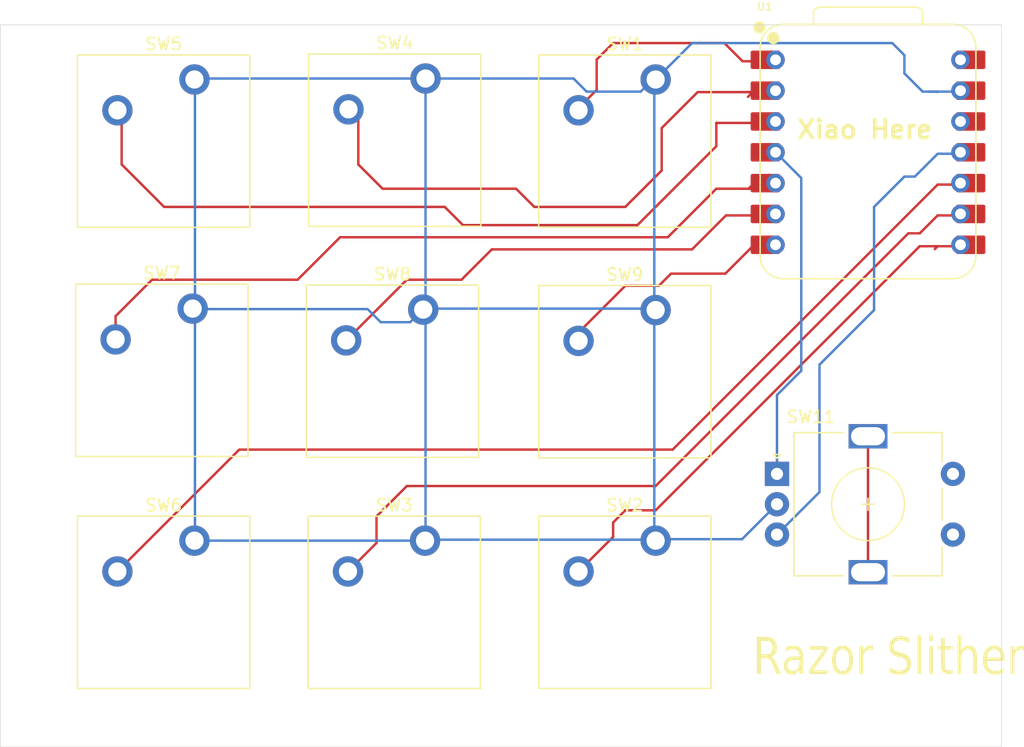
<source format=kicad_pcb>
(kicad_pcb (version 20241129) (generator "pcbnew") (generator_version "8.99")
  (layers (0 "F.Cu" signal) (2 "B.Cu" signal) (13 "F.Paste" user) (15 "B.Paste" user) (5 "F.SilkS" user "F.Silkscreen") (7 "B.SilkS" user "B.Silkscreen") (1 "F.Mask" user) (3 "B.Mask" user) (25 "Edge.Cuts" user))
  (net 0 "")
  (net 1 "Net-(U1-GPIO26{slash}ADC0{slash}A0)")
  (net 2 "Net-(U1-GPIO1{slash}RX)")
  (net 3 "Net-(U1-GPIO2{slash}SCK)")
  (net 4 "Net-(U1-GPIO27{slash}ADC1{slash}A1)")
  (net 5 "Net-(U1-GPIO28{slash}ADC2{slash}A2)")
  (net 6 "Net-(U1-GPIO4{slash}MISO)")
  (net 7 "Net-(U1-GPIO6{slash}SDA)")
  (net 8 "Net-(U1-GPIO7{slash}SCL)")
  (net 9 "Net-(U1-GPIO0{slash}TX)")
  (net 11 "rotate B")
  (net 12 "rotate A")
  (net 14 "GND")
  (net 16 "unconnected-(SW11-PadMP)")
  (footprint "ScottoKeebs_MX:MX_PCB_1.00u" (layer "F.Cu") (at 159.46 84.08)
    (property "Reference" "SW9" (at 0 -8 0) (layer "F.SilkS"))
    (property "Value" "SW_Push_45deg")
    (fp_line (start -7.1 -7.1) (end -7.1 7.1) (stroke (width 0.12)) (layer "F.SilkS"))
    (fp_line (start -7.1 7.1) (end 7.1 7.1) (stroke (width 0.12)) (layer "F.SilkS"))
    (fp_line (start 7.1 -7.1) (end -7.1 -7.1) (stroke (width 0.12)) (layer "F.SilkS"))
    (fp_line (start 7.1 7.1) (end 7.1 -7.1) (stroke (width 0.12)) (layer "F.SilkS"))
    (pad "" np_thru_hole circle (at -5.08 0) (size 1.75 1.75) (drill 1.75) (layers "*.Cu" "*.Mask"))
    (pad "" np_thru_hole circle (at 0 0) (size 4 4) (drill 4) (layers "*.Cu" "*.Mask"))
    (pad "" np_thru_hole circle (at 5.08 0) (size 1.75 1.75) (drill 1.75) (layers "*.Cu" "*.Mask"))
    (pad "1" thru_hole circle (at -3.81 -2.54) (size 2.5 2.5) (drill 1.5) (layers "*.Cu" "*.Mask") (net 9 "Net-(U1-GPIO0{slash}TX)"))
    (pad "2" thru_hole circle (at 2.54 -5.08) (size 2.5 2.5) (drill 1.5) (layers "*.Cu" "*.Mask") (net 14 "GND"))
  )
  (footprint "OPL:XIAO-RP2040-DIP" (layer "F.Cu") (at 179.5 66)
    (property "Reference" "U1" (at -8.5 -12 0) (layer "F.SilkS") (effects (font (size 0.635 0.635) (thickness 0.1016))))
    (property "Value" "XIAO-RP2040-DIP")
    (fp_line (start -8.89 8.509) (end -8.89 -8.636) (stroke (width 0.127)) (layer "F.SilkS"))
    (fp_line (start -6.985 10.414) (end 6.985 10.414) (stroke (width 0.127)) (layer "F.SilkS"))
    (fp_line (start -4.495 -10.541) (end -4.491272 -11.451272) (stroke (width 0.127)) (layer "F.SilkS"))
    (fp_line (start -3.991272 -11.951) (end 4.004 -11.951) (stroke (width 0.127)) (layer "F.SilkS"))
    (fp_line (start 4.504 -11.451) (end 4.504 -10.541) (stroke (width 0.127)) (layer "F.SilkS"))
    (fp_line (start 6.985 -10.541) (end -6.985 -10.541) (stroke (width 0.1)) (layer "F.SilkS"))
    (fp_line (start 6.985 -10.541) (end -6.985 -10.541) (stroke (width 0.127)) (layer "F.SilkS"))
    (fp_line (start 8.89 8.509) (end 8.89 -8.636) (stroke (width 0.127)) (layer "F.SilkS"))
    (fp_arc (start -8.89 -8.636) (mid -8.332038 -9.983038) (end -6.985 -10.541) (stroke (width 0.127)) (layer "F.SilkS"))
    (fp_arc (start -6.985 10.414) (mid -8.332038 9.856038) (end -8.89 8.509) (stroke (width 0.127)) (layer "F.SilkS"))
    (fp_arc (start -4.491272 -11.451272) (mid -4.344724 -11.804644) (end -3.991272 -11.951) (stroke (width 0.127)) (layer "F.SilkS"))
    (fp_arc (start 4.004 -11.951) (mid 4.357553 -11.804553) (end 4.504 -11.451) (stroke (width 0.127)) (layer "F.SilkS"))
    (fp_arc (start 6.985 -10.541) (mid 8.332038 -9.983038) (end 8.89 -8.636) (stroke (width 0.127)) (layer "F.SilkS"))
    (fp_arc (start 8.89 8.509) (mid 8.332038 9.856038) (end 6.985 10.414) (stroke (width 0.127)) (layer "F.SilkS"))
    (fp_circle (center -8.95 -10.3) (end -8.95 -10.554) (stroke (width 0.5)) (fill yes) (layer "F.SilkS"))
    (fp_circle (center -7.807 -9.42) (end -7.807 -9.674) (stroke (width 0.5)) (fill yes) (layer "F.SilkS"))
    (pad "1" smd roundrect (at -8.455 -7.62 180) (size 2.432 1.524) (layers "F.Cu" "F.Mask") (roundrect_rratio 0.1) (net 1 "Net-(U1-GPIO26{slash}ADC0{slash}A0)"))
    (pad "1" thru_hole circle (at -7.62 -7.62 180) (size 1.524 1.524) (drill 0.889) (layers "*.Cu" "*.Mask") (net 1 "Net-(U1-GPIO26{slash}ADC0{slash}A0)"))
    (pad "2" smd roundrect (at -8.455 -5.08 180) (size 2.432 1.524) (layers "F.Cu" "F.Mask") (roundrect_rratio 0.1) (net 4 "Net-(U1-GPIO27{slash}ADC1{slash}A1)"))
    (pad "2" thru_hole circle (at -7.62 -5.08 180) (size 1.524 1.524) (drill 0.889) (layers "*.Cu" "*.Mask") (net 4 "Net-(U1-GPIO27{slash}ADC1{slash}A1)"))
    (pad "3" smd roundrect (at -8.455 -2.54 180) (size 2.432 1.524) (layers "F.Cu" "F.Mask") (roundrect_rratio 0.1) (net 5 "Net-(U1-GPIO28{slash}ADC2{slash}A2)"))
    (pad "3" thru_hole circle (at -7.62 -2.54 180) (size 1.524 1.524) (drill 0.889) (layers "*.Cu" "*.Mask") (net 5 "Net-(U1-GPIO28{slash}ADC2{slash}A2)"))
    (pad "4" smd roundrect (at -8.455 0 180) (size 2.432 1.524) (layers "F.Cu" "F.Mask") (roundrect_rratio 0.1) (net 12 "rotate A"))
    (pad "4" thru_hole circle (at -7.62 0 180) (size 1.524 1.524) (drill 0.889) (layers "*.Cu" "*.Mask") (net 12 "rotate A"))
    (pad "5" smd roundrect (at -8.455 2.54 180) (size 2.432 1.524) (layers "F.Cu" "F.Mask") (roundrect_rratio 0.1) (net 7 "Net-(U1-GPIO6{slash}SDA)"))
    (pad "5" thru_hole circle (at -7.62 2.54 180) (size 1.524 1.524) (drill 0.889) (layers "*.Cu" "*.Mask") (net 7 "Net-(U1-GPIO6{slash}SDA)"))
    (pad "6" smd roundrect (at -8.455 5.08 180) (size 2.432 1.524) (layers "F.Cu" "F.Mask") (roundrect_rratio 0.1) (net 8 "Net-(U1-GPIO7{slash}SCL)"))
    (pad "6" thru_hole circle (at -7.62 5.08 180) (size 1.524 1.524) (drill 0.889) (layers "*.Cu" "*.Mask") (net 8 "Net-(U1-GPIO7{slash}SCL)"))
    (pad "7" smd roundrect (at -8.455 7.62 180) (size 2.432 1.524) (layers "F.Cu" "F.Mask") (roundrect_rratio 0.1) (net 9 "Net-(U1-GPIO0{slash}TX)"))
    (pad "7" thru_hole circle (at -7.62 7.62 180) (size 1.524 1.524) (drill 0.889) (layers "*.Cu" "*.Mask") (net 9 "Net-(U1-GPIO0{slash}TX)"))
    (pad "8" thru_hole circle (at 7.62 7.62) (size 1.524 1.524) (drill 0.889) (layers "*.Cu" "*.Mask") (net 2 "Net-(U1-GPIO1{slash}RX)"))
    (pad "8" smd roundrect (at 8.455 7.62) (size 2.432 1.524) (layers "F.Cu" "F.Mask") (roundrect_rratio 0.1) (net 2 "Net-(U1-GPIO1{slash}RX)"))
    (pad "9" thru_hole circle (at 7.62 5.08) (size 1.524 1.524) (drill 0.889) (layers "*.Cu" "*.Mask") (net 3 "Net-(U1-GPIO2{slash}SCK)"))
    (pad "9" smd roundrect (at 8.455 5.08) (size 2.432 1.524) (layers "F.Cu" "F.Mask") (roundrect_rratio 0.1) (net 3 "Net-(U1-GPIO2{slash}SCK)"))
    (pad "10" thru_hole circle (at 7.62 2.54) (size 1.524 1.524) (drill 0.889) (layers "*.Cu" "*.Mask") (net 6 "Net-(U1-GPIO4{slash}MISO)"))
    (pad "10" smd roundrect (at 8.455 2.54) (size 2.432 1.524) (layers "F.Cu" "F.Mask") (roundrect_rratio 0.1) (net 6 "Net-(U1-GPIO4{slash}MISO)"))
    (pad "11" thru_hole circle (at 7.62 0) (size 1.524 1.524) (drill 0.889) (layers "*.Cu" "*.Mask") (net 11 "rotate B"))
    (pad "11" smd roundrect (at 8.455 0) (size 2.432 1.524) (layers "F.Cu" "F.Mask") (roundrect_rratio 0.1) (net 11 "rotate B"))
    (pad "12" thru_hole circle (at 7.62 -2.54) (size 1.524 1.524) (drill 0.889) (layers "*.Cu" "*.Mask"))
    (pad "12" smd roundrect (at 8.455 -2.54) (size 2.432 1.524) (layers "F.Cu" "F.Mask") (roundrect_rratio 0.1))
    (pad "13" thru_hole circle (at 7.62 -5.08) (size 1.524 1.524) (drill 0.889) (layers "*.Cu" "*.Mask") (net 14 "GND"))
    (pad "13" smd roundrect (at 8.455 -5.08) (size 2.432 1.524) (layers "F.Cu" "F.Mask") (roundrect_rratio 0.1) (net 14 "GND"))
    (pad "14" thru_hole circle (at 7.62 -7.62) (size 1.524 1.524) (drill 0.889) (layers "*.Cu" "*.Mask"))
    (pad "14" smd roundrect (at 8.455 -7.62) (size 2.432 1.524) (layers "F.Cu" "F.Mask") (roundrect_rratio 0.1))
  )
  (footprint "ScottoKeebs_MX:MX_PCB_1.00u" (layer "F.Cu") (at 121.46 65.08)
    (property "Reference" "SW5" (at 0 -8 0) (layer "F.SilkS"))
    (property "Value" "SW_Push_45deg")
    (fp_line (start -7.1 -7.1) (end -7.1 7.1) (stroke (width 0.12)) (layer "F.SilkS"))
    (fp_line (start -7.1 7.1) (end 7.1 7.1) (stroke (width 0.12)) (layer "F.SilkS"))
    (fp_line (start 7.1 -7.1) (end -7.1 -7.1) (stroke (width 0.12)) (layer "F.SilkS"))
    (fp_line (start 7.1 7.1) (end 7.1 -7.1) (stroke (width 0.12)) (layer "F.SilkS"))
    (pad "" np_thru_hole circle (at -5.08 0) (size 1.75 1.75) (drill 1.75) (layers "*.Cu" "*.Mask"))
    (pad "" np_thru_hole circle (at 0 0) (size 4 4) (drill 4) (layers "*.Cu" "*.Mask"))
    (pad "" np_thru_hole circle (at 5.08 0) (size 1.75 1.75) (drill 1.75) (layers "*.Cu" "*.Mask"))
    (pad "1" thru_hole circle (at -3.81 -2.54) (size 2.5 2.5) (drill 1.5) (layers "*.Cu" "*.Mask") (net 5 "Net-(U1-GPIO28{slash}ADC2{slash}A2)"))
    (pad "2" thru_hole circle (at 2.54 -5.08) (size 2.5 2.5) (drill 1.5) (layers "*.Cu" "*.Mask") (net 14 "GND"))
  )
  (footprint "ScottoKeebs_MX:MX_PCB_1.00u" (layer "F.Cu") (at 140.31 84.04)
    (property "Reference" "SW8" (at 0 -8 0) (layer "F.SilkS"))
    (property "Value" "SW_Push_45deg")
    (fp_line (start -7.1 -7.1) (end -7.1 7.1) (stroke (width 0.12)) (layer "F.SilkS"))
    (fp_line (start -7.1 7.1) (end 7.1 7.1) (stroke (width 0.12)) (layer "F.SilkS"))
    (fp_line (start 7.1 -7.1) (end -7.1 -7.1) (stroke (width 0.12)) (layer "F.SilkS"))
    (fp_line (start 7.1 7.1) (end 7.1 -7.1) (stroke (width 0.12)) (layer "F.SilkS"))
    (pad "" np_thru_hole circle (at -5.08 0) (size 1.75 1.75) (drill 1.75) (layers "*.Cu" "*.Mask"))
    (pad "" np_thru_hole circle (at 0 0) (size 4 4) (drill 4) (layers "*.Cu" "*.Mask"))
    (pad "" np_thru_hole circle (at 5.08 0) (size 1.75 1.75) (drill 1.75) (layers "*.Cu" "*.Mask"))
    (pad "1" thru_hole circle (at -3.81 -2.54) (size 2.5 2.5) (drill 1.5) (layers "*.Cu" "*.Mask") (net 8 "Net-(U1-GPIO7{slash}SCL)"))
    (pad "2" thru_hole circle (at 2.54 -5.08) (size 2.5 2.5) (drill 1.5) (layers "*.Cu" "*.Mask") (net 14 "GND"))
  )
  (footprint "ScottoKeebs_MX:MX_PCB_1.00u" (layer "F.Cu") (at 159.46 103.08)
    (property "Reference" "SW2" (at 0 -8 0) (layer "F.SilkS"))
    (property "Value" "SW_Push_45deg")
    (fp_line (start -7.1 -7.1) (end -7.1 7.1) (stroke (width 0.12)) (layer "F.SilkS"))
    (fp_line (start -7.1 7.1) (end 7.1 7.1) (stroke (width 0.12)) (layer "F.SilkS"))
    (fp_line (start 7.1 -7.1) (end -7.1 -7.1) (stroke (width 0.12)) (layer "F.SilkS"))
    (fp_line (start 7.1 7.1) (end 7.1 -7.1) (stroke (width 0.12)) (layer "F.SilkS"))
    (pad "" np_thru_hole circle (at -5.08 0) (size 1.75 1.75) (drill 1.75) (layers "*.Cu" "*.Mask"))
    (pad "" np_thru_hole circle (at 0 0) (size 4 4) (drill 4) (layers "*.Cu" "*.Mask"))
    (pad "" np_thru_hole circle (at 5.08 0) (size 1.75 1.75) (drill 1.75) (layers "*.Cu" "*.Mask"))
    (pad "1" thru_hole circle (at -3.81 -2.54) (size 2.5 2.5) (drill 1.5) (layers "*.Cu" "*.Mask") (net 2 "Net-(U1-GPIO1{slash}RX)"))
    (pad "2" thru_hole circle (at 2.54 -5.08) (size 2.5 2.5) (drill 1.5) (layers "*.Cu" "*.Mask") (net 14 "GND"))
  )
  (footprint "ScottoKeebs_MX:MX_PCB_1.00u" (layer "F.Cu") (at 140.5 65)
    (property "Reference" "SW4" (at 0 -8 0) (layer "F.SilkS"))
    (property "Value" "SW_Push_45deg")
    (fp_line (start -7.1 -7.1) (end -7.1 7.1) (stroke (width 0.12)) (layer "F.SilkS"))
    (fp_line (start -7.1 7.1) (end 7.1 7.1) (stroke (width 0.12)) (layer "F.SilkS"))
    (fp_line (start 7.1 -7.1) (end -7.1 -7.1) (stroke (width 0.12)) (layer "F.SilkS"))
    (fp_line (start 7.1 7.1) (end 7.1 -7.1) (stroke (width 0.12)) (layer "F.SilkS"))
    (pad "" np_thru_hole circle (at -5.08 0) (size 1.75 1.75) (drill 1.75) (layers "*.Cu" "*.Mask"))
    (pad "" np_thru_hole circle (at 0 0) (size 4 4) (drill 4) (layers "*.Cu" "*.Mask"))
    (pad "" np_thru_hole circle (at 5.08 0) (size 1.75 1.75) (drill 1.75) (layers "*.Cu" "*.Mask"))
    (pad "1" thru_hole circle (at -3.81 -2.54) (size 2.5 2.5) (drill 1.5) (layers "*.Cu" "*.Mask") (net 4 "Net-(U1-GPIO27{slash}ADC1{slash}A1)"))
    (pad "2" thru_hole circle (at 2.54 -5.08) (size 2.5 2.5) (drill 1.5) (layers "*.Cu" "*.Mask") (net 14 "GND"))
  )
  (footprint "ScottoKeebs_MX:MX_PCB_1.00u" (layer "F.Cu") (at 121.46 103.08)
    (property "Reference" "SW6" (at 0 -8 0) (layer "F.SilkS"))
    (property "Value" "SW_Push_45deg")
    (fp_line (start -7.1 -7.1) (end -7.1 7.1) (stroke (width 0.12)) (layer "F.SilkS"))
    (fp_line (start -7.1 7.1) (end 7.1 7.1) (stroke (width 0.12)) (layer "F.SilkS"))
    (fp_line (start 7.1 -7.1) (end -7.1 -7.1) (stroke (width 0.12)) (layer "F.SilkS"))
    (fp_line (start 7.1 7.1) (end 7.1 -7.1) (stroke (width 0.12)) (layer "F.SilkS"))
    (pad "" np_thru_hole circle (at -5.08 0) (size 1.75 1.75) (drill 1.75) (layers "*.Cu" "*.Mask"))
    (pad "" np_thru_hole circle (at 0 0) (size 4 4) (drill 4) (layers "*.Cu" "*.Mask"))
    (pad "" np_thru_hole circle (at 5.08 0) (size 1.75 1.75) (drill 1.75) (layers "*.Cu" "*.Mask"))
    (pad "1" thru_hole circle (at -3.81 -2.54) (size 2.5 2.5) (drill 1.5) (layers "*.Cu" "*.Mask") (net 6 "Net-(U1-GPIO4{slash}MISO)"))
    (pad "2" thru_hole circle (at 2.54 -5.08) (size 2.5 2.5) (drill 1.5) (layers "*.Cu" "*.Mask") (net 14 "GND"))
  )
  (footprint "ScottoKeebs_MX:MX_PCB_1.00u" (layer "F.Cu") (at 121.31 83.96)
    (property "Reference" "SW7" (at 0 -8 0) (layer "F.SilkS"))
    (property "Value" "SW_Push_45deg")
    (fp_line (start -7.1 -7.1) (end -7.1 7.1) (stroke (width 0.12)) (layer "F.SilkS"))
    (fp_line (start -7.1 7.1) (end 7.1 7.1) (stroke (width 0.12)) (layer "F.SilkS"))
    (fp_line (start 7.1 -7.1) (end -7.1 -7.1) (stroke (width 0.12)) (layer "F.SilkS"))
    (fp_line (start 7.1 7.1) (end 7.1 -7.1) (stroke (width 0.12)) (layer "F.SilkS"))
    (pad "" np_thru_hole circle (at -5.08 0) (size 1.75 1.75) (drill 1.75) (layers "*.Cu" "*.Mask"))
    (pad "" np_thru_hole circle (at 0 0) (size 4 4) (drill 4) (layers "*.Cu" "*.Mask"))
    (pad "" np_thru_hole circle (at 5.08 0) (size 1.75 1.75) (drill 1.75) (layers "*.Cu" "*.Mask"))
    (pad "1" thru_hole circle (at -3.81 -2.54) (size 2.5 2.5) (drill 1.5) (layers "*.Cu" "*.Mask") (net 7 "Net-(U1-GPIO6{slash}SDA)"))
    (pad "2" thru_hole circle (at 2.54 -5.08) (size 2.5 2.5) (drill 1.5) (layers "*.Cu" "*.Mask") (net 14 "GND"))
  )
  (footprint "ScottoKeebs_MX:MX_PCB_1.00u" (layer "F.Cu") (at 159.46 65.08)
    (property "Reference" "SW1" (at 0 -8 0) (layer "F.SilkS"))
    (property "Value" "SW_Push_45deg")
    (fp_line (start -7.1 -7.1) (end -7.1 7.1) (stroke (width 0.12)) (layer "F.SilkS"))
    (fp_line (start -7.1 7.1) (end 7.1 7.1) (stroke (width 0.12)) (layer "F.SilkS"))
    (fp_line (start 7.1 -7.1) (end -7.1 -7.1) (stroke (width 0.12)) (layer "F.SilkS"))
    (fp_line (start 7.1 7.1) (end 7.1 -7.1) (stroke (width 0.12)) (layer "F.SilkS"))
    (pad "" np_thru_hole circle (at -5.08 0) (size 1.75 1.75) (drill 1.75) (layers "*.Cu" "*.Mask"))
    (pad "" np_thru_hole circle (at 0 0) (size 4 4) (drill 4) (layers "*.Cu" "*.Mask"))
    (pad "" np_thru_hole circle (at 5.08 0) (size 1.75 1.75) (drill 1.75) (layers "*.Cu" "*.Mask"))
    (pad "1" thru_hole circle (at -3.81 -2.54) (size 2.5 2.5) (drill 1.5) (layers "*.Cu" "*.Mask") (net 1 "Net-(U1-GPIO26{slash}ADC0{slash}A0)"))
    (pad "2" thru_hole circle (at 2.54 -5.08) (size 2.5 2.5) (drill 1.5) (layers "*.Cu" "*.Mask") (net 14 "GND"))
  )
  (footprint "ScottoKeebs_MX:MX_PCB_1.00u" (layer "F.Cu") (at 140.46 103.08)
    (property "Reference" "SW3" (at 0 -8 0) (layer "F.SilkS"))
    (property "Value" "SW_Push_45deg")
    (fp_line (start -7.1 -7.1) (end -7.1 7.1) (stroke (width 0.12)) (layer "F.SilkS"))
    (fp_line (start -7.1 7.1) (end 7.1 7.1) (stroke (width 0.12)) (layer "F.SilkS"))
    (fp_line (start 7.1 -7.1) (end -7.1 -7.1) (stroke (width 0.12)) (layer "F.SilkS"))
    (fp_line (start 7.1 7.1) (end 7.1 -7.1) (stroke (width 0.12)) (layer "F.SilkS"))
    (pad "" np_thru_hole circle (at -5.08 0) (size 1.75 1.75) (drill 1.75) (layers "*.Cu" "*.Mask"))
    (pad "" np_thru_hole circle (at 0 0) (size 4 4) (drill 4) (layers "*.Cu" "*.Mask"))
    (pad "" np_thru_hole circle (at 5.08 0) (size 1.75 1.75) (drill 1.75) (layers "*.Cu" "*.Mask"))
    (pad "1" thru_hole circle (at -3.81 -2.54) (size 2.5 2.5) (drill 1.5) (layers "*.Cu" "*.Mask") (net 3 "Net-(U1-GPIO2{slash}SCK)"))
    (pad "2" thru_hole circle (at 2.54 -5.08) (size 2.5 2.5) (drill 1.5) (layers "*.Cu" "*.Mask") (net 14 "GND"))
  )
  (footprint "Rotary_Encoder:RotaryEncoder_Alps_EC11E-Switch_Vertical_H20mm" (layer "F.Cu") (at 172 92.5)
    (property "Reference" "SW11" (at 2.8 -4.7 0) (layer "F.SilkS"))
    (property "Value" "RotaryEncoder")
    (fp_line (start -0.3 -1.6) (end 0.3 -1.6) (stroke (width 0.12)) (layer "F.SilkS"))
    (fp_line (start 0 -1.3) (end -0.3 -1.6) (stroke (width 0.12)) (layer "F.SilkS"))
    (fp_line (start 0.3 -1.6) (end 0 -1.3) (stroke (width 0.12)) (layer "F.SilkS"))
    (fp_line (start 1.4 -3.4) (end 1.4 8.4) (stroke (width 0.12)) (layer "F.SilkS"))
    (fp_line (start 5.5 -3.4) (end 1.4 -3.4) (stroke (width 0.12)) (layer "F.SilkS"))
    (fp_line (start 5.5 8.4) (end 1.4 8.4) (stroke (width 0.12)) (layer "F.SilkS"))
    (fp_line (start 7 2.5) (end 8 2.5) (stroke (width 0.12)) (layer "F.SilkS"))
    (fp_line (start 7.5 2) (end 7.5 3) (stroke (width 0.12)) (layer "F.SilkS"))
    (fp_line (start 9.5 -3.4) (end 13.6 -3.4) (stroke (width 0.12)) (layer "F.SilkS"))
    (fp_line (start 13.6 -3.4) (end 13.6 -1) (stroke (width 0.12)) (layer "F.SilkS"))
    (fp_line (start 13.6 1.2) (end 13.6 3.8) (stroke (width 0.12)) (layer "F.SilkS"))
    (fp_line (start 13.6 6) (end 13.6 8.4) (stroke (width 0.12)) (layer "F.SilkS"))
    (fp_line (start 13.6 8.4) (end 9.5 8.4) (stroke (width 0.12)) (layer "F.SilkS"))
    (fp_circle (center 7.5 2.5) (end 10.5 2.5) (stroke (width 0.12)) (fill no) (layer "F.SilkS"))
    (pad "A" thru_hole rect (at 0 0) (size 2 2) (drill 1) (layers "*.Cu" "*.Mask") (net 12 "rotate A"))
    (pad "B" thru_hole circle (at 0 5) (size 2 2) (drill 1) (layers "*.Cu" "*.Mask") (net 11 "rotate B"))
    (pad "C" thru_hole circle (at 0 2.5) (size 2 2) (drill 1) (layers "*.Cu" "*.Mask") (net 14 "GND"))
    (pad "MP" thru_hole rect (at 7.5 -3.1) (size 3.2 2) (drill oval 2.8 1.5) (layers "*.Cu" "*.Mask") (net 16 "unconnected-(SW11-PadMP)"))
    (pad "MP" thru_hole rect (at 7.5 8.1) (size 3.2 2) (drill oval 2.8 1.5) (layers "*.Cu" "*.Mask") (net 16 "unconnected-(SW11-PadMP)"))
    (pad "S1" thru_hole circle (at 14.5 5) (size 2 2) (drill 1) (layers "*.Cu" "*.Mask"))
    (pad "S2" thru_hole circle (at 14.5 0) (size 2 2) (drill 1) (layers "*.Cu" "*.Mask"))
  )
  (gr_rect (start 108 55.5) (end 190.5 115) (stroke (width 0.05)) (fill no) (layer "Edge.Cuts"))
  (gr_text "Razor Slither" (at 170 109.5 0) (layer "F.SilkS") (effects (font (size 3 2.5) (thickness 0.375) (italic yes)) (justify left bottom)))
  (gr_text "Xiao Here" (at 173.5 65 0) (layer "F.SilkS") (effects (font (size 1.5 1.5) (thickness 0.3)) (justify left bottom)))
  (segment (start 157.142446 58.357554) (end 158.5 57) (width 0.2) (layer "F.Cu") (net 1))
  (segment (start 157.142446 60.857554) (end 157.142446 58.357554) (width 0.2) (layer "F.Cu") (net 1))
  (segment (start 155.65 62.54) (end 155.65 62.35) (width 0.2) (layer "F.Cu") (net 1))
  (segment (start 155.65 62.35) (end 157.142446 60.857554) (width 0.2) (layer "F.Cu") (net 1))
  (segment (start 155.08 62.42) (end 155 62.5) (width 0.2) (layer "F.Cu") (net 1))
  (segment (start 158.5 57) (end 167.665 57) (width 0.2) (layer "F.Cu") (net 1))
  (segment (start 167.665 57) (end 169.165 58.5) (width 0.2) (layer "F.Cu") (net 1))
  (segment (start 155.54 62.42) (end 156.12 63) (width 0.2) (layer "F.Cu") (net 1))
  (segment (start 171.76 58.5) (end 171.88 58.38) (width 0.2) (layer "F.Cu") (net 1))
  (segment (start 155.54 62.42) (end 155.08 62.42) (width 0.2) (layer "F.Cu") (net 1))
  (segment (start 155.54 62.42) (end 155.96 62) (width 0.2) (layer "F.Cu") (net 1))
  (segment (start 169.165 58.5) (end 171.76 58.5) (width 0.2) (layer "F.Cu") (net 1))
  (segment (start 185 73.74) (end 187 73.74) (width 0.2) (layer "F.Cu") (net 2))
  (segment (start 158.5 96.5) (end 158.5 97.69) (width 0.2) (layer "F.Cu") (net 2))
  (segment (start 185.24 73.74) (end 185 73.74) (width 0.2) (layer "F.Cu") (net 2))
  (segment (start 159.5 95.5) (end 158.5 96.5) (width 0.2) (layer "F.Cu") (net 2))
  (segment (start 185 73.74) (end 183.76 73.74) (width 0.2) (layer "F.Cu") (net 2))
  (segment (start 158.5 97.69) (end 155.65 100.54) (width 0.2) (layer "F.Cu") (net 2))
  (segment (start 187 73.74) (end 187.12 73.62) (width 0.2) (layer "F.Cu") (net 2))
  (segment (start 162 95.5) (end 159.5 95.5) (width 0.2) (layer "F.Cu") (net 2))
  (segment (start 185 73.98) (end 185.24 73.74) (width 0.2) (layer "F.Cu") (net 2))
  (segment (start 183.76 73.74) (end 162 95.5) (width 0.2) (layer "F.Cu") (net 2))
  (segment (start 187 71.2) (end 187.12 71.08) (width 0.2) (layer "F.Cu") (net 3))
  (segment (start 139 96) (end 141.5 93.5) (width 0.2) (layer "F.Cu") (net 3))
  (segment (start 183.763 72.677) (end 185.24 71.2) (width 0.2) (layer "F.Cu") (net 3))
  (segment (start 182.823 72.677) (end 183.763 72.677) (width 0.2) (layer "F.Cu") (net 3))
  (segment (start 185.24 71.2) (end 187 71.2) (width 0.2) (layer "F.Cu") (net 3))
  (segment (start 139 98.19) (end 139 96) (width 0.2) (layer "F.Cu") (net 3))
  (segment (start 162 93.5) (end 182.823 72.677) (width 0.2) (layer "F.Cu") (net 3))
  (segment (start 141.5 93.5) (end 162 93.5) (width 0.2) (layer "F.Cu") (net 3))
  (segment (start 136.65 100.54) (end 139 98.19) (width 0.2) (layer "F.Cu") (net 3))
  (segment (start 169.5 61.04) (end 165.46 61.04) (width 0.2) (layer "F.Cu") (net 4))
  (segment (start 139.5 69) (end 137.5 67) (width 0.2) (layer "F.Cu") (net 4))
  (segment (start 171.76 61.04) (end 171.88 60.92) (width 0.2) (layer "F.Cu") (net 4))
  (segment (start 159.5 70.5) (end 152 70.5) (width 0.2) (layer "F.Cu") (net 4))
  (segment (start 165.46 61.04) (end 162.5 64) (width 0.2) (layer "F.Cu") (net 4))
  (segment (start 162.5 64) (end 162.5 67.5) (width 0.2) (layer "F.Cu") (net 4))
  (segment (start 162.5 67.5) (end 159.5 70.5) (width 0.2) (layer "F.Cu") (net 4))
  (segment (start 150.5 69) (end 139.5 69) (width 0.2) (layer "F.Cu") (net 4))
  (segment (start 137.5 67) (end 137.5 63.27) (width 0.2) (layer "F.Cu") (net 4))
  (segment (start 170 61.04) (end 169.5 61.04) (width 0.2) (layer "F.Cu") (net 4))
  (segment (start 169.5 61.04) (end 171.76 61.04) (width 0.2) (layer "F.Cu") (net 4))
  (segment (start 169.609 61.431) (end 170 61.04) (width 0.2) (layer "F.Cu") (net 4))
  (segment (start 137.5 63.27) (end 136.69 62.46) (width 0.2) (layer "F.Cu") (net 4))
  (segment (start 152 70.5) (end 150.5 69) (width 0.2) (layer "F.Cu") (net 4))
  (segment (start 117.65 62.54) (end 118.11 63) (width 0.2) (layer "F.Cu") (net 5))
  (segment (start 118 67) (end 118 62.89) (width 0.2) (layer "F.Cu") (net 5))
  (segment (start 121.5 70.5) (end 118 67) (width 0.2) (layer "F.Cu") (net 5))
  (segment (start 170 63.58) (end 167 63.58) (width 0.2) (layer "F.Cu") (net 5))
  (segment (start 160.5 72) (end 146.122816 72) (width 0.2) (layer "F.Cu") (net 5))
  (segment (start 167 65.5) (end 160.5 72) (width 0.2) (layer "F.Cu") (net 5))
  (segment (start 118 62.89) (end 117.65 62.54) (width 0.2) (layer "F.Cu") (net 5))
  (segment (start 171.045 63.46) (end 171.88 63.46) (width 0.2) (layer "F.Cu") (net 5))
  (segment (start 144.622816 70.5) (end 121.5 70.5) (width 0.2) (layer "F.Cu") (net 5))
  (segment (start 146.122816 72) (end 144.622816 70.5) (width 0.2) (layer "F.Cu") (net 5))
  (segment (start 167 63.58) (end 167 65.5) (width 0.2) (layer "F.Cu") (net 5))
  (segment (start 127.69 90.5) (end 163.4 90.5) (width 0.2) (layer "F.Cu") (net 6))
  (segment (start 187.12 68.54) (end 187.955 68.54) (width 0.2) (layer "F.Cu") (net 6))
  (segment (start 185.24 68.66) (end 186.66 68.66) (width 0.2) (layer "F.Cu") (net 6))
  (segment (start 186.66 68.66) (end 186.78 68.54) (width 0.2) (layer "F.Cu") (net 6))
  (segment (start 163.4 90.5) (end 185.24 68.66) (width 0.2) (layer "F.Cu") (net 6))
  (segment (start 117.65 100.54) (end 127.69 90.5) (width 0.2) (layer "F.Cu") (net 6))
  (segment (start 186.78 68.54) (end 187.12 68.54) (width 0.2) (layer "F.Cu") (net 6))
  (segment (start 117.5 81.42) (end 117.5 79.5) (width 0.2) (layer "F.Cu") (net 7))
  (segment (start 169.66 69) (end 170 68.66) (width 0.2) (layer "F.Cu") (net 7))
  (segment (start 171.045 68.54) (end 171.88 68.54) (width 0.2) (layer "F.Cu") (net 7))
  (segment (start 167 69) (end 169 69) (width 0.2) (layer "F.Cu") (net 7))
  (segment (start 163 73) (end 167 69) (width 0.2) (layer "F.Cu") (net 7))
  (segment (start 169 69) (end 171.42 69) (width 0.2) (layer "F.Cu") (net 7))
  (segment (start 136 73) (end 163 73) (width 0.2) (layer "F.Cu") (net 7))
  (segment (start 117.5 79.5) (end 120.5 76.5) (width 0.2) (layer "F.Cu") (net 7))
  (segment (start 120.5 76.5) (end 132.5 76.5) (width 0.2) (layer "F.Cu") (net 7))
  (segment (start 169 69) (end 169.66 69) (width 0.2) (layer "F.Cu") (net 7))
  (segment (start 171.42 69) (end 171.88 68.54) (width 0.2) (layer "F.Cu") (net 7))
  (segment (start 132.5 76.5) (end 136 73) (width 0.2) (layer "F.Cu") (net 7))
  (segment (start 165 74) (end 167.8 71.2) (width 0.2) (layer "F.Cu") (net 8))
  (segment (start 167.8 71.2) (end 170 71.2) (width 0.2) (layer "F.Cu") (net 8))
  (segment (start 148.5 74) (end 165 74) (width 0.2) (layer "F.Cu") (net 8))
  (segment (start 146 76.5) (end 148.5 74) (width 0.2) (layer "F.Cu") (net 8))
  (segment (start 136.5 81.5) (end 141.5 76.5) (width 0.2) (layer "F.Cu") (net 8))
  (segment (start 171.045 71.08) (end 171.88 71.08) (width 0.2) (layer "F.Cu") (net 8))
  (segment (start 141.5 76.5) (end 146 76.5) (width 0.2) (layer "F.Cu") (net 8))
  (segment (start 167.74 76) (end 169.87 73.87) (width 0.2) (layer "F.Cu") (net 9))
  (segment (start 159.5 77) (end 162.2651 77) (width 0.2) (layer "F.Cu") (net 9))
  (segment (start 171.63 73.87) (end 171.88 73.62) (width 0.2) (layer "F.Cu") (net 9))
  (segment (start 169.87 73.87) (end 170 73.74) (width 0.2) (layer "F.Cu") (net 9))
  (segment (start 155.65 80.85) (end 155.65 81.54) (width 0.2) (layer "F.Cu") (net 9))
  (segment (start 162.2651 77) (end 163.2651 76) (width 0.2) (layer "F.Cu") (net 9))
  (segment (start 159.5 77) (end 155.65 80.85) (width 0.2) (layer "F.Cu") (net 9))
  (segment (start 169.87 73.87) (end 171.63 73.87) (width 0.2) (layer "F.Cu") (net 9))
  (segment (start 163.2651 76) (end 167.74 76) (width 0.2) (layer "F.Cu") (net 9))
  (segment (start 185.24 66.12) (end 187 66.12) (width 0.2) (layer "B.Cu") (net 11))
  (segment (start 175.5 83.5) (end 180 79) (width 0.2) (layer "B.Cu") (net 11))
  (segment (start 187 66.12) (end 187.12 66) (width 0.2) (layer "B.Cu") (net 11))
  (segment (start 182.5 68) (end 183.36 68) (width 0.2) (layer "B.Cu") (net 11))
  (segment (start 172 97.5) (end 175.5 94) (width 0.2) (layer "B.Cu") (net 11))
  (segment (start 183.36 68) (end 185.24 66.12) (width 0.2) (layer "B.Cu") (net 11))
  (segment (start 175.5 94) (end 175.5 83.5) (width 0.2) (layer "B.Cu") (net 11))
  (segment (start 180 79) (end 180 70.5) (width 0.2) (layer "B.Cu") (net 11))
  (segment (start 180 70.5) (end 182.5 68) (width 0.2) (layer "B.Cu") (net 11))
  (segment (start 174 68.12) (end 171.88 66) (width 0.2) (layer "B.Cu") (net 12))
  (segment (start 172 86) (end 174 84) (width 0.2) (layer "B.Cu") (net 12))
  (segment (start 172 92.5) (end 172 86) (width 0.2) (layer "B.Cu") (net 12))
  (segment (start 174 84) (end 174 68.12) (width 0.2) (layer "B.Cu") (net 12))
  (segment (start 124.04 97.84) (end 124.08 97.88) (width 0.2) (layer "B.Cu") (net 14))
  (segment (start 184.5 61) (end 187.04 61) (width 0.2) (layer "B.Cu") (net 14))
  (segment (start 142.89 78.88) (end 143.04 78.73) (width 0.2) (layer "B.Cu") (net 14))
  (segment (start 162 60) (end 165 57) (width 0.2) (layer "B.Cu") (net 14))
  (segment (start 142.89 78.88) (end 143.04 79.03) (width 0.2) (layer "B.Cu") (net 14))
  (segment (start 182.5 58) (end 182.5 59.5) (width 0.2) (layer "B.Cu") (net 14))
  (segment (start 165 57) (end 181.5 57) (width 0.2) (layer "B.Cu") (net 14))
  (segment (start 182.5 59.5) (end 184 61) (width 0.2) (layer "B.Cu") (net 14))
  (segment (start 187.04 61) (end 187.12 60.92) (width 0.2) (layer "B.Cu") (net 14))
  (segment (start 143.04 59.92) (end 124.04 59.92) (width 0.2) (layer "B.Cu") (net 14))
  (segment (start 161.89 59.88) (end 160.77 61) (width 0.2) (layer "B.Cu") (net 14))
  (segment (start 161.89 78.88) (end 161.89 97.88) (width 0.2) (layer "B.Cu") (net 14))
  (segment (start 185.2 61) (end 185.24 61.04) (width 0.2) (layer "B.Cu") (net 14))
  (segment (start 138.266994 78.92) (end 124.04 78.92) (width 0.2) (layer "B.Cu") (net 14))
  (segment (start 161.85 97.92) (end 143.04 97.92) (width 0.2) (layer "B.Cu") (net 14))
  (segment (start 143.04 78.73) (end 143.04 59.92) (width 0.2) (layer "B.Cu") (net 14))
  (segment (start 161.89 97.88) (end 169.12 97.88) (width 0.2) (layer "B.Cu") (net 14))
  (segment (start 142.89 78.88) (end 141.77 80) (width 0.2) (layer "B.Cu") (net 14))
  (segment (start 139.346994 80) (end 138.266994 78.92) (width 0.2) (layer "B.Cu") (net 14))
  (segment (start 142.58 97.92) (end 142.5 98) (width 0.2) (layer "B.Cu") (net 14))
  (segment (start 124.2 98) (end 124.08 97.88) (width 0.2) (layer "B.Cu") (net 14))
  (segment (start 184.5 61) (end 185.2 61) (width 0.2) (layer "B.Cu") (net 14))
  (segment (start 124.04 78.92) (end 124.04 97.84) (width 0.2) (layer "B.Cu") (net 14))
  (segment (start 142.5 98) (end 124.2 98) (width 0.2) (layer "B.Cu") (net 14))
  (segment (start 161.89 97.88) (end 161.85 97.92) (width 0.2) (layer "B.Cu") (net 14))
  (segment (start 143.04 79.03) (end 143.04 97.92) (width 0.2) (layer "B.Cu") (net 14))
  (segment (start 160.77 61) (end 156.313446 61) (width 0.2) (layer "B.Cu") (net 14))
  (segment (start 124.04 78.92) (end 124.04 59.92) (width 0.2) (layer "B.Cu") (net 14))
  (segment (start 143.04 97.92) (end 142.58 97.92) (width 0.2) (layer "B.Cu") (net 14))
  (segment (start 155.233446 59.92) (end 143.04 59.92) (width 0.2) (layer "B.Cu") (net 14))
  (segment (start 141.77 80) (end 139.346994 80) (width 0.2) (layer "B.Cu") (net 14))
  (segment (start 169.12 97.88) (end 172 95) (width 0.2) (layer "B.Cu") (net 14))
  (segment (start 142.89 78.88) (end 161.89 78.88) (width 0.2) (layer "B.Cu") (net 14))
  (segment (start 161.89 59.88) (end 161.89 78.88) (width 0.2) (layer "B.Cu") (net 14))
  (segment (start 184 61) (end 184.5 61) (width 0.2) (layer "B.Cu") (net 14))
  (segment (start 156.313446 61) (end 155.233446 59.92) (width 0.2) (layer "B.Cu") (net 14))
  (segment (start 181.5 57) (end 182.5 58) (width 0.2) (layer "B.Cu") (net 14))
  (segment (start 179.5 100.6) (end 179.5 89.4) (width 0.2) (layer "F.Cu") (net 16))
)
</source>
